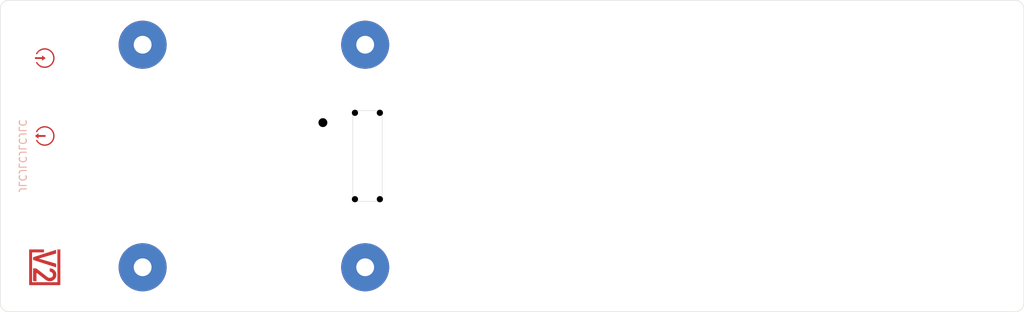
<source format=kicad_pcb>
(kicad_pcb (version 20241229) (generator "pcbnew") (generator_version "9.0")
  (title_block (date "2025-10-09"))
  (layers (0 "F.Cu" signal "Front") (2 "B.Cu" signal "Back") (13 "F.Paste" user) (15 "B.Paste" user) (5 "F.SilkS" user "F.Silkscreen") (7 "B.SilkS" user "B.Silkscreen") (1 "F.Mask" user) (3 "B.Mask" user) (25 "Edge.Cuts" user))
  (property "Order-Number" "JLCJLCJLCJLC")
  (net 0 "")
  (net 1 "GND")
  (footprint "V2_Mechanical:MountingHole_2mm_Pad_5.2mm" (layer "F.Cu") (at 158 147.5)
    (property "Reference" "H101" (hide yes))
    (property "Value" "MountingHole_2mm_Pad_5.2mm" (hide yes))
    (pad "1" thru_hole custom (at 0 0) (size 5.4 5.4) (drill 2) (layers "*.Cu" "*.Mask") (net 1 "GND") (options (clearance outline) (anchor circle)) (primitives (gr_bbox (start -0.75 -0.75) (end 0.75 0.75) (fill no))))
  )
  (footprint "V2_Artwork:Arrow_Out" (layer "F.Cu") (at 122 132.75 180)
    (property "Reference" "ICON103" (hide yes))
    (property "Value" "Arrow_Out" (hide yes))
    (fp_arc (start 0.9 0.5) (mid -1.029557 0.003511) (end 0.896569 -0.506127) (stroke (width 0.15)) (layer "F.Cu"))
    (fp_poly (pts (xy -0.1 -0.1) (xy -0.1 0.1) (xy 0.7 0.1) (xy 0.7 0.3) (xy 1.1 0) (xy 0.7 -0.3) (xy 0.7 -0.1)) (fill yes) (layer "F.Cu"))
  )
  (footprint "V2_Artwork:Logo_Small" (layer "F.Cu") (at 122 147.5 -90)
    (property "Reference" "ICON102" (hide yes))
    (property "Value" "V2-logo" (hide yes))
    (fp_poly (pts (xy 2.006758 1.750057) (xy -2.003742 1.750057) (xy -2.003742 0.089057) (xy -1.676242 0.089057) (xy -1.676242 1.422557) (xy 1.679258 1.422557) (xy 1.679258 -1.424943) (xy -2.003742 -1.424943) (xy -2.003742 -1.752443) (xy 2.006758 -1.752443)) (fill yes) (layer "F.Cu"))
    (fp_poly (pts (xy -1.520919 -1.190765) (xy -0.987877 0.632379) (xy -0.96229 0.63477) (xy -0.429473 -1.187605) (xy -0.397658 -1.28383) (xy -0.093581 -1.28383) (xy 0.011405 -1.282303) (xy -0.821464 1.300873) (xy -0.922973 1.304044) (xy -1.126979 1.304044) (xy -1.959811 -1.279026) (xy -1.859182 -1.28383) (xy -1.55515 -1.28383)) (fill yes) (layer "F.Cu"))
    (fp_poly (pts (xy 0.959179 -1.296323) (xy 1.057102 -1.27333) (xy 1.15069 -1.236367) (xy 1.237701 -1.18584) (xy 1.316459 -1.12329) (xy 1.386544 -1.051192) (xy 1.4473 -0.971068) (xy 1.496526 -0.883341) (xy 1.532676 -0.789459) (xy 1.555226 -0.691443) (xy 1.564714 -0.591354) (xy 1.562302 -0.490861) (xy 1.547686 -0.391375) (xy 1.519699 -0.294757) (xy 1.477977 -0.203204) (xy 1.423428 -0.118825) (xy 0.62811 0.902367) (xy 0.666211 0.926016) (xy 1.464718 0.926016) (xy 1.565211 0.930611) (xy 1.565211 1.236646) (xy 1.526846 1.304028) (xy 0.119258 1.304044) (xy 0.119258 0.998218) (xy 0.152529 0.907926) (xy 1.075862 -0.274673) (xy 1.135011 -0.354575) (xy 1.177602 -0.443372) (xy 1.194922 -0.540328) (xy 1.188525 -0.63852) (xy 1.156173 -0.731429) (xy 1.102154 -0.813814) (xy 1.029408 -0.879553) (xy 0.93915 -0.917434) (xy 0.841313 -0.926822) (xy 0.744269 -0.911115) (xy 0.655699 -0.868697) (xy 0.582012 -0.803671) (xy 0.529159 -0.720807) (xy 0.499075 -0.625849) (xy 0.458111 -0.553721) (xy 0.151905 -0.553721) (xy 0.122138 -0.626978) (xy 0.136522 -0.727544) (xy 0.163539 -0.824426) (xy 0.203793 -0.916615) (xy 0.256664 -1.002191) (xy 0.320597 -1.07979) (xy 0.393413 -1.149125) (xy 0.474729 -1.208346) (xy 0.563921 -1.254958) (xy 0.65936 -1.286951) (xy 0.758577 -1.303726) (xy 0.859118 -1.306199)) (fill yes) (layer "F.Cu"))
  )
  (footprint "V2_Mechanical:MountingHole_2mm_Pad_5.2mm" (layer "F.Cu") (at 133 147.5)
    (property "Reference" "H104" (hide yes))
    (property "Value" "MountingHole_2mm_Pad_5.2mm" (hide yes))
    (pad "1" thru_hole custom (at 0 0) (size 5.4 5.4) (drill 2) (layers "*.Cu" "*.Mask") (net 1 "GND") (options (clearance outline) (anchor circle)) (primitives (gr_bbox (start -0.75 -0.75) (end 0.75 0.75) (fill no))))
  )
  (footprint "V2_Mechanical:MountingHole_1mm" (layer "F.Cu") (at 153.25 131.25)
    (property "Reference" "H105" (hide yes))
    (property "Value" "MountingHole_1mm" (hide yes))
    (pad "" np_thru_hole circle (at 0 0) (size 1 1) (drill 1) (layers "*.Mask"))
  )
  (footprint "V2_PCB_Devices:PCB_Button-top" (layer "F.Cu") (at 158.25 135 180)
    (property "Reference" "SWT101" (hide yes))
    (property "Value" "Button-top" (hide yes))
    (fp_line (start 1.65 5.1) (end -1.65 5.1) (stroke (width 0.05)) (layer "Edge.Cuts"))
    (fp_line (start 1.65 -5.1) (end 1.65 5.1) (stroke (width 0.05)) (layer "Edge.Cuts"))
    (fp_line (start -1.65 5.1) (end -1.65 -5.1) (stroke (width 0.05)) (layer "Edge.Cuts"))
    (fp_line (start -1.65 -5.1) (end 1.65 -5.1) (stroke (width 0.05)) (layer "Edge.Cuts"))
    (pad "" np_thru_hole circle (at -1.4 -4.85 180) (size 0.7 0.7) (drill 0.7) (layers "*.Mask"))
    (pad "" np_thru_hole circle (at -1.4 4.85 180) (size 0.7 0.7) (drill 0.7) (layers "*.Mask"))
    (pad "" np_thru_hole circle (at 1.4 -4.85 180) (size 0.7 0.7) (drill 0.7) (layers "*.Mask"))
    (pad "" np_thru_hole circle (at 1.4 4.85 180) (size 0.7 0.7) (drill 0.7) (layers "*.Mask"))
  )
  (footprint "V2_Artwork:Arrow_In" (layer "F.Cu") (at 122 124)
    (property "Reference" "ICON101" (hide yes))
    (property "Value" "Arrow_In" (hide yes))
    (fp_arc (start -0.9 -0.5) (mid 1.029557 -0.003511) (end -0.896569 0.506127) (stroke (width 0.15)) (layer "F.Cu"))
    (fp_poly (pts (xy -1.1 -0.1) (xy -1.1 0.1) (xy -0.3 0.1) (xy -0.3 0.3) (xy 0.1 0) (xy -0.3 -0.3) (xy -0.3 -0.1)) (fill yes) (layer "F.Cu"))
  )
  (footprint "V2_Mechanical:MountingHole_2mm_Pad_5.2mm" (layer "F.Cu") (at 158 122.5)
    (property "Reference" "H102" (hide yes))
    (property "Value" "MountingHole_2mm_Pad_5.2mm" (hide yes))
    (pad "1" thru_hole custom (at 0 0) (size 5.4 5.4) (drill 2) (layers "*.Cu" "*.Mask") (net 1 "GND") (options (clearance outline) (anchor circle)) (primitives (gr_bbox (start -0.75 -0.75) (end 0.75 0.75) (fill no))))
  )
  (footprint "V2_Mechanical:MountingHole_2mm_Pad_5.2mm" (layer "F.Cu") (at 133 122.5)
    (property "Reference" "H103" (hide yes))
    (property "Value" "MountingHole_2mm_Pad_5.2mm" (hide yes))
    (pad "1" thru_hole custom (at 0 0) (size 5.4 5.4) (drill 2) (layers "*.Cu" "*.Mask") (net 1 "GND") (options (clearance outline) (anchor circle)) (primitives (gr_bbox (start -0.75 -0.75) (end 0.75 0.75) (fill no))))
  )
  (footprint "V2_Production:Order_Number" (layer "B.Cu") (at 119.5 135 90)
    (property "Reference" "INFO101" (hide yes))
    (property "Value" "ORDER-NUMBER" (hide yes))
    (fp_text user "${Order-Number}" (at 0 0 270) (layer "B.SilkS") (effects (font (size 0.8 0.8) (thickness 0.12)) (justify mirror)))
  )
  (gr_line (start 118 117.5) (end 231 117.5) (stroke (width 0.05)) (layer "Edge.Cuts"))
  (gr_arc (start 232 151.5) (mid 231.707107 152.207107) (end 231 152.5) (stroke (width 0.05)) (layer "Edge.Cuts"))
  (gr_line (start 118 152.5) (end 231 152.5) (stroke (width 0.05)) (layer "Edge.Cuts"))
  (gr_line (start 117 118.5) (end 117 151.5) (stroke (width 0.05)) (layer "Edge.Cuts"))
  (gr_line (start 232 118.5) (end 232 151.5) (stroke (width 0.05)) (layer "Edge.Cuts"))
  (gr_arc (start 231 117.5) (mid 231.707107 117.792893) (end 232 118.5) (stroke (width 0.05)) (layer "Edge.Cuts"))
  (gr_arc (start 118 152.5) (mid 117.292893 152.207107) (end 117 151.5) (stroke (width 0.05)) (layer "Edge.Cuts"))
  (gr_arc (start 117 118.5) (mid 117.292893 117.792893) (end 118 117.5) (stroke (width 0.05)) (layer "Edge.Cuts"))
)
</source>
